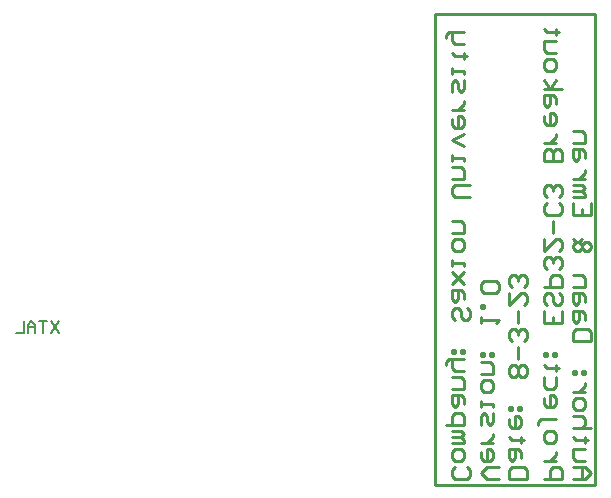
<source format=gbo>
G04*
G04 #@! TF.GenerationSoftware,Altium Limited,Altium Designer,23.2.1 (34)*
G04*
G04 Layer_Color=32896*
%FSLAX44Y44*%
%MOMM*%
G71*
G04*
G04 #@! TF.SameCoordinates,8496A63A-E985-4FE9-BA7E-BC2AAF8C8172*
G04*
G04*
G04 #@! TF.FilePolarity,Positive*
G04*
G01*
G75*
%ADD10C,0.2000*%
%ADD11C,0.2540*%
D10*
X847637Y826688D02*
X840973Y816692D01*
Y826688D02*
X847637Y816692D01*
X837641Y826688D02*
X830976D01*
X834308D01*
Y816692D01*
X827644D02*
Y823356D01*
X824312Y826688D01*
X820979Y823356D01*
Y816692D01*
Y821690D01*
X827644D01*
X817647Y826688D02*
Y816692D01*
X810983D01*
D11*
X1165860Y688340D02*
Y1087120D01*
X1301750Y688340D02*
Y1087120D01*
X1165860Y688340D02*
X1301750D01*
X1165860Y1087120D02*
X1301750D01*
X1282705Y693420D02*
X1292862D01*
X1297940Y698498D01*
X1292862Y703577D01*
X1282705D01*
X1290323D01*
Y693420D01*
X1292862Y708655D02*
X1285244D01*
X1282705Y711194D01*
Y718812D01*
X1292862D01*
X1295401Y726429D02*
X1292862D01*
Y723890D01*
Y728969D01*
Y726429D01*
X1285244D01*
X1282705Y728969D01*
X1297940Y736586D02*
X1282705D01*
X1290323D01*
X1292862Y739125D01*
Y744204D01*
X1290323Y746743D01*
X1282705D01*
Y754360D02*
Y759439D01*
X1285244Y761978D01*
X1290323D01*
X1292862Y759439D01*
Y754360D01*
X1290323Y751821D01*
X1285244D01*
X1282705Y754360D01*
X1292862Y767056D02*
X1282705D01*
X1287783D01*
X1290323Y769595D01*
X1292862Y772134D01*
Y774674D01*
Y782291D02*
Y784830D01*
X1290323D01*
Y782291D01*
X1292862D01*
X1285244D02*
Y784830D01*
X1282705D01*
Y782291D01*
X1285244D01*
X1297940Y810222D02*
X1282705D01*
Y817840D01*
X1285244Y820379D01*
X1295401D01*
X1297940Y817840D01*
Y810222D01*
X1292862Y827997D02*
Y833075D01*
X1290323Y835614D01*
X1282705D01*
Y827997D01*
X1285244Y825457D01*
X1287783Y827997D01*
Y835614D01*
X1292862Y843232D02*
Y848310D01*
X1290323Y850849D01*
X1282705D01*
Y843232D01*
X1285244Y840692D01*
X1287783Y843232D01*
Y850849D01*
X1282705Y855927D02*
X1292862D01*
Y863545D01*
X1290323Y866084D01*
X1282705D01*
Y896554D02*
X1285244Y894015D01*
X1282705Y891476D01*
Y888937D01*
X1285244Y886398D01*
X1287783D01*
X1290323Y888937D01*
X1292862Y886398D01*
X1295401D01*
X1297940Y888937D01*
Y891476D01*
X1295401Y894015D01*
X1292862D01*
X1290323Y891476D01*
X1287783Y894015D01*
X1285244D01*
X1290323Y896554D02*
X1287783Y894015D01*
X1290323Y888937D02*
Y891476D01*
X1297940Y927024D02*
Y916868D01*
X1282705D01*
Y927024D01*
X1290323Y916868D02*
Y921946D01*
X1282705Y932103D02*
X1292862D01*
Y934642D01*
X1290323Y937181D01*
X1282705D01*
X1290323D01*
X1292862Y939720D01*
X1290323Y942260D01*
X1282705D01*
X1292862Y947338D02*
X1282705D01*
X1287783D01*
X1290323Y949877D01*
X1292862Y952416D01*
Y954955D01*
Y965112D02*
Y970191D01*
X1290323Y972730D01*
X1282705D01*
Y965112D01*
X1285244Y962573D01*
X1287783Y965112D01*
Y972730D01*
X1282705Y977808D02*
X1292862D01*
Y985425D01*
X1290323Y987965D01*
X1282705D01*
X1258327Y693420D02*
X1273562D01*
Y701038D01*
X1271023Y703577D01*
X1265944D01*
X1263405Y701038D01*
Y693420D01*
X1268484Y708655D02*
X1258327D01*
X1263405D01*
X1265944Y711194D01*
X1268484Y713733D01*
Y716273D01*
X1258327Y726429D02*
Y731508D01*
X1260866Y734047D01*
X1265944D01*
X1268484Y731508D01*
Y726429D01*
X1265944Y723890D01*
X1260866D01*
X1258327Y726429D01*
X1253249Y739125D02*
Y741664D01*
X1255788Y744204D01*
X1268484D01*
X1258327Y761978D02*
Y756899D01*
X1260866Y754360D01*
X1265944D01*
X1268484Y756899D01*
Y761978D01*
X1265944Y764517D01*
X1263405D01*
Y754360D01*
X1268484Y779752D02*
Y772134D01*
X1265944Y769595D01*
X1260866D01*
X1258327Y772134D01*
Y779752D01*
X1271023Y787370D02*
X1268484D01*
Y784830D01*
Y789909D01*
Y787370D01*
X1260866D01*
X1258327Y789909D01*
X1268484Y797526D02*
Y800066D01*
X1265944D01*
Y797526D01*
X1268484D01*
X1260866D02*
Y800066D01*
X1258327D01*
Y797526D01*
X1260866D01*
X1273562Y835614D02*
Y825457D01*
X1258327D01*
Y835614D01*
X1265944Y825457D02*
Y830536D01*
X1271023Y850849D02*
X1273562Y848310D01*
Y843232D01*
X1271023Y840692D01*
X1268484D01*
X1265944Y843232D01*
Y848310D01*
X1263405Y850849D01*
X1260866D01*
X1258327Y848310D01*
Y843232D01*
X1260866Y840692D01*
X1258327Y855927D02*
X1273562D01*
Y863545D01*
X1271023Y866084D01*
X1265944D01*
X1263405Y863545D01*
Y855927D01*
X1271023Y871162D02*
X1273562Y873702D01*
Y878780D01*
X1271023Y881319D01*
X1268484D01*
X1265944Y878780D01*
Y876241D01*
Y878780D01*
X1263405Y881319D01*
X1260866D01*
X1258327Y878780D01*
Y873702D01*
X1260866Y871162D01*
X1258327Y896554D02*
Y886398D01*
X1268484Y896554D01*
X1271023D01*
X1273562Y894015D01*
Y888937D01*
X1271023Y886398D01*
X1265944Y901633D02*
Y911789D01*
X1271023Y927024D02*
X1273562Y924485D01*
Y919407D01*
X1271023Y916868D01*
X1260866D01*
X1258327Y919407D01*
Y924485D01*
X1260866Y927024D01*
X1271023Y932103D02*
X1273562Y934642D01*
Y939720D01*
X1271023Y942260D01*
X1268484D01*
X1265944Y939720D01*
Y937181D01*
Y939720D01*
X1263405Y942260D01*
X1260866D01*
X1258327Y939720D01*
Y934642D01*
X1260866Y932103D01*
X1273562Y962573D02*
X1258327D01*
Y970191D01*
X1260866Y972730D01*
X1263405D01*
X1265944Y970191D01*
Y962573D01*
Y970191D01*
X1268484Y972730D01*
X1271023D01*
X1273562Y970191D01*
Y962573D01*
X1268484Y977808D02*
X1258327D01*
X1263405D01*
X1265944Y980347D01*
X1268484Y982886D01*
Y985425D01*
X1258327Y1000661D02*
Y995582D01*
X1260866Y993043D01*
X1265944D01*
X1268484Y995582D01*
Y1000661D01*
X1265944Y1003200D01*
X1263405D01*
Y993043D01*
X1268484Y1010817D02*
Y1015896D01*
X1265944Y1018435D01*
X1258327D01*
Y1010817D01*
X1260866Y1008278D01*
X1263405Y1010817D01*
Y1018435D01*
X1258327Y1023513D02*
X1273562D01*
X1263405D02*
X1268484Y1031131D01*
X1263405Y1023513D02*
X1258327Y1031131D01*
Y1041288D02*
Y1046366D01*
X1260866Y1048905D01*
X1265944D01*
X1268484Y1046366D01*
Y1041288D01*
X1265944Y1038748D01*
X1260866D01*
X1258327Y1041288D01*
X1268484Y1053983D02*
X1260866D01*
X1258327Y1056523D01*
Y1064140D01*
X1268484D01*
X1271023Y1071758D02*
X1268484D01*
Y1069218D01*
Y1074297D01*
Y1071758D01*
X1260866D01*
X1258327Y1074297D01*
X1244106Y693420D02*
X1228870D01*
Y701038D01*
X1231410Y703577D01*
X1241566D01*
X1244106Y701038D01*
Y693420D01*
X1239027Y711194D02*
Y716273D01*
X1236488Y718812D01*
X1228870D01*
Y711194D01*
X1231410Y708655D01*
X1233949Y711194D01*
Y718812D01*
X1241566Y726429D02*
X1239027D01*
Y723890D01*
Y728969D01*
Y726429D01*
X1231410D01*
X1228870Y728969D01*
Y744204D02*
Y739125D01*
X1231410Y736586D01*
X1236488D01*
X1239027Y739125D01*
Y744204D01*
X1236488Y746743D01*
X1233949D01*
Y736586D01*
X1239027Y751821D02*
Y754360D01*
X1236488D01*
Y751821D01*
X1239027D01*
X1231410D02*
Y754360D01*
X1228870D01*
Y751821D01*
X1231410D01*
X1241566Y779752D02*
X1244106Y782291D01*
Y787370D01*
X1241566Y789909D01*
X1239027D01*
X1236488Y787370D01*
X1233949Y789909D01*
X1231410D01*
X1228870Y787370D01*
Y782291D01*
X1231410Y779752D01*
X1233949D01*
X1236488Y782291D01*
X1239027Y779752D01*
X1241566D01*
X1236488Y782291D02*
Y787370D01*
Y794987D02*
Y805144D01*
X1241566Y810222D02*
X1244106Y812761D01*
Y817840D01*
X1241566Y820379D01*
X1239027D01*
X1236488Y817840D01*
Y815301D01*
Y817840D01*
X1233949Y820379D01*
X1231410D01*
X1228870Y817840D01*
Y812761D01*
X1231410Y810222D01*
X1236488Y825457D02*
Y835614D01*
X1228870Y850849D02*
Y840692D01*
X1239027Y850849D01*
X1241566D01*
X1244106Y848310D01*
Y843232D01*
X1241566Y840692D01*
Y855927D02*
X1244106Y858467D01*
Y863545D01*
X1241566Y866084D01*
X1239027D01*
X1236488Y863545D01*
Y861006D01*
Y863545D01*
X1233949Y866084D01*
X1231410D01*
X1228870Y863545D01*
Y858467D01*
X1231410Y855927D01*
X1219727Y693420D02*
X1209571D01*
X1204492Y698498D01*
X1209571Y703577D01*
X1219727D01*
X1204492Y716273D02*
Y711194D01*
X1207031Y708655D01*
X1212110D01*
X1214649Y711194D01*
Y716273D01*
X1212110Y718812D01*
X1209571D01*
Y708655D01*
X1214649Y723890D02*
X1204492D01*
X1209571D01*
X1212110Y726429D01*
X1214649Y728969D01*
Y731508D01*
X1204492Y739125D02*
Y746743D01*
X1207031Y749282D01*
X1209571Y746743D01*
Y741664D01*
X1212110Y739125D01*
X1214649Y741664D01*
Y749282D01*
X1204492Y754360D02*
Y759439D01*
Y756899D01*
X1214649D01*
Y754360D01*
X1204492Y769595D02*
Y774674D01*
X1207031Y777213D01*
X1212110D01*
X1214649Y774674D01*
Y769595D01*
X1212110Y767056D01*
X1207031D01*
X1204492Y769595D01*
Y782291D02*
X1214649D01*
Y789909D01*
X1212110Y792448D01*
X1204492D01*
X1214649Y797526D02*
Y800066D01*
X1212110D01*
Y797526D01*
X1214649D01*
X1207031D02*
Y800066D01*
X1204492D01*
Y797526D01*
X1207031D01*
X1204492Y825457D02*
Y830536D01*
Y827997D01*
X1219727D01*
X1217188Y825457D01*
X1204492Y838153D02*
X1207031D01*
Y840692D01*
X1204492D01*
Y838153D01*
X1217188Y850849D02*
X1219727Y853388D01*
Y858467D01*
X1217188Y861006D01*
X1207031D01*
X1204492Y858467D01*
Y853388D01*
X1207031Y850849D01*
X1217188D01*
X1192810Y703577D02*
X1195349Y701038D01*
Y695959D01*
X1192810Y693420D01*
X1182653D01*
X1180114Y695959D01*
Y701038D01*
X1182653Y703577D01*
X1180114Y711194D02*
Y716273D01*
X1182653Y718812D01*
X1187732D01*
X1190271Y716273D01*
Y711194D01*
X1187732Y708655D01*
X1182653D01*
X1180114Y711194D01*
Y723890D02*
X1190271D01*
Y726429D01*
X1187732Y728969D01*
X1180114D01*
X1187732D01*
X1190271Y731508D01*
X1187732Y734047D01*
X1180114D01*
X1175036Y739125D02*
X1190271D01*
Y746743D01*
X1187732Y749282D01*
X1182653D01*
X1180114Y746743D01*
Y739125D01*
X1190271Y756899D02*
Y761978D01*
X1187732Y764517D01*
X1180114D01*
Y756899D01*
X1182653Y754360D01*
X1185193Y756899D01*
Y764517D01*
X1180114Y769595D02*
X1190271D01*
Y777213D01*
X1187732Y779752D01*
X1180114D01*
X1190271Y784830D02*
X1182653D01*
X1180114Y787370D01*
Y794987D01*
X1177575D01*
X1175036Y792448D01*
Y789909D01*
X1180114Y794987D02*
X1190271D01*
Y800066D02*
Y802605D01*
X1187732D01*
Y800066D01*
X1190271D01*
X1182653D02*
Y802605D01*
X1180114D01*
Y800066D01*
X1182653D01*
X1192810Y838153D02*
X1195349Y835614D01*
Y830536D01*
X1192810Y827997D01*
X1190271D01*
X1187732Y830536D01*
Y835614D01*
X1185193Y838153D01*
X1182653D01*
X1180114Y835614D01*
Y830536D01*
X1182653Y827997D01*
X1190271Y845771D02*
Y850849D01*
X1187732Y853388D01*
X1180114D01*
Y845771D01*
X1182653Y843232D01*
X1185193Y845771D01*
Y853388D01*
X1190271Y858467D02*
X1180114Y868623D01*
X1185193Y863545D01*
X1190271Y868623D01*
X1180114Y858467D01*
Y873702D02*
Y878780D01*
Y876241D01*
X1190271D01*
Y873702D01*
X1180114Y888937D02*
Y894015D01*
X1182653Y896554D01*
X1187732D01*
X1190271Y894015D01*
Y888937D01*
X1187732Y886398D01*
X1182653D01*
X1180114Y888937D01*
Y901633D02*
X1190271D01*
Y909250D01*
X1187732Y911789D01*
X1180114D01*
X1195349Y932103D02*
X1182653D01*
X1180114Y934642D01*
Y939720D01*
X1182653Y942260D01*
X1195349D01*
X1180114Y947338D02*
X1190271D01*
Y954955D01*
X1187732Y957495D01*
X1180114D01*
Y962573D02*
Y967651D01*
Y965112D01*
X1190271D01*
Y962573D01*
Y975269D02*
X1180114Y980347D01*
X1190271Y985425D01*
X1180114Y998121D02*
Y993043D01*
X1182653Y990504D01*
X1187732D01*
X1190271Y993043D01*
Y998121D01*
X1187732Y1000661D01*
X1185193D01*
Y990504D01*
X1190271Y1005739D02*
X1180114D01*
X1185193D01*
X1187732Y1008278D01*
X1190271Y1010817D01*
Y1013356D01*
X1180114Y1020974D02*
Y1028592D01*
X1182653Y1031131D01*
X1185193Y1028592D01*
Y1023513D01*
X1187732Y1020974D01*
X1190271Y1023513D01*
Y1031131D01*
X1180114Y1036209D02*
Y1041288D01*
Y1038748D01*
X1190271D01*
Y1036209D01*
X1192810Y1051444D02*
X1190271D01*
Y1048905D01*
Y1053983D01*
Y1051444D01*
X1182653D01*
X1180114Y1053983D01*
X1190271Y1061601D02*
X1182653D01*
X1180114Y1064140D01*
Y1071758D01*
X1177575D01*
X1175036Y1069218D01*
Y1066679D01*
X1180114Y1071758D02*
X1190271D01*
M02*

</source>
